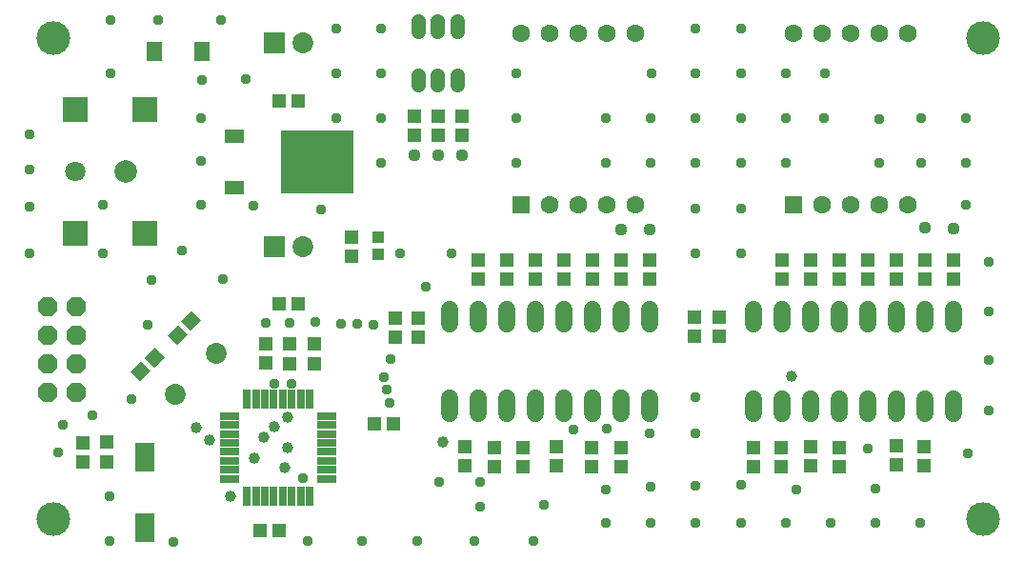
<source format=gbr>
G04 EAGLE Gerber RS-274X export*
G75*
%MOMM*%
%FSLAX34Y34*%
%LPD*%
%INSoldermask Top*%
%IPPOS*%
%AMOC8*
5,1,8,0,0,1.08239X$1,22.5*%
G01*
%ADD10R,1.303200X1.203200*%
%ADD11R,1.203200X1.303200*%
%ADD12R,1.854200X1.854200*%
%ADD13C,1.854200*%
%ADD14R,1.473200X1.673200*%
%ADD15R,1.133200X1.113200*%
%ADD16C,1.303200*%
%ADD17C,3.003200*%
%ADD18R,1.803200X1.203200*%
%ADD19R,6.403200X5.603200*%
%ADD20R,2.203200X2.203200*%
%ADD21C,2.003200*%
%ADD22C,1.803200*%
%ADD23P,1.869504X8X112.500000*%
%ADD24R,1.803200X2.503200*%
%ADD25R,0.753200X1.703200*%
%ADD26R,1.703200X0.753200*%
%ADD27C,1.491200*%
%ADD28R,1.603200X1.603200*%
%ADD29C,1.603200*%
%ADD30C,0.959600*%
%ADD31C,1.009600*%
%ADD32C,1.109600*%


D10*
X246690Y415000D03*
X229510Y415000D03*
G36*
X142567Y219375D02*
X151781Y228589D01*
X160289Y220081D01*
X151075Y210867D01*
X142567Y219375D01*
G37*
G36*
X130419Y207227D02*
X139633Y216441D01*
X148141Y207933D01*
X138927Y198719D01*
X130419Y207227D01*
G37*
G36*
X115433Y175525D02*
X106219Y166311D01*
X97711Y174819D01*
X106925Y184033D01*
X115433Y175525D01*
G37*
G36*
X127581Y187673D02*
X118367Y178459D01*
X109859Y186967D01*
X119073Y196181D01*
X127581Y187673D01*
G37*
D11*
X55000Y111590D03*
X55000Y94410D03*
X333000Y205310D03*
X333000Y222490D03*
X353000Y205210D03*
X353000Y222390D03*
X599000Y206110D03*
X599000Y223290D03*
X621000Y206010D03*
X621000Y223190D03*
D10*
X246790Y235000D03*
X229610Y235000D03*
D12*
X225700Y466500D03*
D13*
X250700Y466500D03*
D12*
X225600Y285700D03*
D13*
X250600Y285700D03*
D10*
X314110Y128000D03*
X331290Y128000D03*
X229990Y33000D03*
X212810Y33000D03*
D11*
X261000Y199090D03*
X261000Y181910D03*
X239000Y199190D03*
X239000Y182010D03*
X218000Y199290D03*
X218000Y182110D03*
D14*
X118400Y459700D03*
X161400Y459700D03*
D15*
X317800Y294400D03*
X317800Y279200D03*
D16*
X353500Y429400D02*
X353500Y438400D01*
X370500Y438400D02*
X370500Y429400D01*
X387500Y429400D02*
X387500Y438400D01*
X387500Y477400D02*
X387500Y486400D01*
X370500Y486400D02*
X370500Y477400D01*
X353500Y477400D02*
X353500Y486400D01*
D17*
X29100Y43600D03*
X855200Y43600D03*
X855200Y470900D03*
X29100Y470900D03*
D18*
X190200Y384100D03*
X190200Y338500D03*
D19*
X263200Y361300D03*
D20*
X110200Y407600D03*
X48700Y407600D03*
X48700Y297600D03*
X110200Y297600D03*
D21*
X93700Y352600D03*
D22*
X48700Y352600D03*
D11*
X293700Y294400D03*
X293700Y277400D03*
X727300Y274100D03*
X727300Y257100D03*
X752700Y274100D03*
X752700Y257100D03*
X778100Y274100D03*
X778100Y257100D03*
X803500Y274100D03*
X803500Y257100D03*
X828800Y274100D03*
X828800Y257100D03*
X676500Y274100D03*
X676500Y257100D03*
X701900Y274100D03*
X701900Y257100D03*
X507700Y107000D03*
X507700Y90000D03*
X420700Y106800D03*
X420700Y89800D03*
X394700Y107600D03*
X394700Y90600D03*
X76300Y94800D03*
X76300Y111800D03*
X533700Y107400D03*
X533700Y90400D03*
X446200Y106900D03*
X446200Y89900D03*
X476200Y107700D03*
X476200Y90700D03*
X778200Y108500D03*
X778200Y91500D03*
X676200Y107300D03*
X676200Y90300D03*
X651200Y107100D03*
X651200Y90100D03*
X803200Y107900D03*
X803200Y90900D03*
X702200Y107700D03*
X702200Y90700D03*
X727200Y107500D03*
X727200Y90500D03*
X391800Y384700D03*
X391800Y401700D03*
X457300Y274100D03*
X457300Y257100D03*
X349800Y384900D03*
X349800Y401900D03*
X370800Y385100D03*
X370800Y402100D03*
X482600Y274100D03*
X482600Y257100D03*
X508200Y274100D03*
X508200Y257100D03*
X533500Y274100D03*
X533500Y257100D03*
X558900Y274100D03*
X558900Y257100D03*
X406500Y274100D03*
X406500Y257100D03*
X431900Y274100D03*
X431900Y257100D03*
D23*
X49200Y156300D03*
X23800Y156300D03*
X49200Y181700D03*
X23800Y181700D03*
X49200Y207100D03*
X23800Y207100D03*
X49200Y232500D03*
X23800Y232500D03*
D24*
X110400Y36200D03*
X110400Y98200D03*
D25*
X256900Y150300D03*
X248900Y150300D03*
X240900Y150300D03*
X232900Y150300D03*
X224900Y150300D03*
X216900Y150300D03*
X208900Y150300D03*
X200900Y150300D03*
D26*
X185900Y135300D03*
X185900Y127300D03*
X185900Y119300D03*
X185900Y111300D03*
X185900Y103300D03*
X185900Y95300D03*
X185900Y87300D03*
X185900Y79300D03*
D25*
X200900Y64300D03*
X208900Y64300D03*
X216900Y64300D03*
X224900Y64300D03*
X232900Y64300D03*
X240900Y64300D03*
X248900Y64300D03*
X256900Y64300D03*
D26*
X271900Y79300D03*
X271900Y87300D03*
X271900Y95300D03*
X271900Y103300D03*
X271900Y111300D03*
X271900Y119300D03*
X271900Y127300D03*
X271900Y135300D03*
D27*
X381100Y137860D02*
X381100Y150740D01*
X406500Y150740D02*
X406500Y137860D01*
X431900Y137860D02*
X431900Y150740D01*
X457300Y150740D02*
X457300Y137860D01*
X482700Y137860D02*
X482700Y150740D01*
X508100Y150740D02*
X508100Y137860D01*
X533500Y137860D02*
X533500Y150740D01*
X558900Y150740D02*
X558900Y137860D01*
X558900Y217260D02*
X558900Y230140D01*
X533500Y230140D02*
X533500Y217260D01*
X508100Y217260D02*
X508100Y230140D01*
X482700Y230140D02*
X482700Y217260D01*
X457300Y217260D02*
X457300Y230140D01*
X431900Y230140D02*
X431900Y217260D01*
X406500Y217260D02*
X406500Y230140D01*
X381100Y230140D02*
X381100Y217260D01*
X651100Y150440D02*
X651100Y137560D01*
X676500Y137560D02*
X676500Y150440D01*
X701900Y150440D02*
X701900Y137560D01*
X727300Y137560D02*
X727300Y150440D01*
X752700Y150440D02*
X752700Y137560D01*
X778100Y137560D02*
X778100Y150440D01*
X803500Y150440D02*
X803500Y137560D01*
X828900Y137560D02*
X828900Y150440D01*
X828900Y216960D02*
X828900Y229840D01*
X803500Y229840D02*
X803500Y216960D01*
X778100Y216960D02*
X778100Y229840D01*
X752700Y229840D02*
X752700Y216960D01*
X727300Y216960D02*
X727300Y229840D01*
X701900Y229840D02*
X701900Y216960D01*
X676500Y216960D02*
X676500Y229840D01*
X651100Y229840D02*
X651100Y216960D01*
D28*
X444300Y323100D03*
D29*
X469700Y323100D03*
X495100Y323100D03*
X520500Y323100D03*
X545900Y323100D03*
X545900Y475500D03*
X520500Y475500D03*
X495100Y475500D03*
X469700Y475500D03*
X444300Y475500D03*
D28*
X686600Y323100D03*
D29*
X712000Y323100D03*
X737400Y323100D03*
X762800Y323100D03*
X788200Y323100D03*
X788200Y475500D03*
X762800Y475500D03*
X737400Y475500D03*
X712000Y475500D03*
X686600Y475500D03*
D13*
X173561Y190761D03*
X137639Y154839D03*
D30*
X80000Y487000D03*
X160000Y400000D03*
X80000Y440000D03*
X200000Y435000D03*
X280000Y480000D03*
X280000Y440000D03*
X320000Y480000D03*
X320000Y440000D03*
X320000Y400000D03*
X320000Y360000D03*
X143000Y282000D03*
X73000Y280000D03*
X79000Y24000D03*
X520000Y360000D03*
X520000Y400000D03*
X560000Y400000D03*
X560000Y360000D03*
X600000Y480000D03*
X600000Y440000D03*
X600000Y400000D03*
X600000Y360000D03*
X600000Y320000D03*
X600000Y280000D03*
X680000Y440000D03*
X680000Y400000D03*
X680000Y360000D03*
X440000Y440000D03*
X440000Y400000D03*
X440000Y360000D03*
X800000Y400000D03*
X800000Y360000D03*
X840000Y400000D03*
X840000Y360000D03*
X600000Y120000D03*
X520000Y40000D03*
X560000Y40000D03*
X600000Y40000D03*
X640000Y40000D03*
X680000Y40000D03*
X720000Y40000D03*
X760000Y40000D03*
X465000Y56000D03*
X372000Y77000D03*
X491000Y123000D03*
X521000Y124000D03*
X559000Y120000D03*
X262000Y219000D03*
X113000Y216000D03*
X383000Y280000D03*
X337000Y280000D03*
X360000Y250000D03*
X267000Y319000D03*
X239000Y218000D03*
X218000Y218000D03*
X241000Y164000D03*
X225000Y164000D03*
X136000Y23000D03*
X255000Y24000D03*
X303000Y24000D03*
X352000Y24000D03*
X403000Y24000D03*
X456000Y24000D03*
X560000Y72000D03*
X600000Y73000D03*
X640000Y400000D03*
X640000Y440000D03*
X640000Y360000D03*
X640000Y320000D03*
X715000Y440000D03*
X714000Y400000D03*
X763000Y399000D03*
X561000Y440000D03*
X640000Y480000D03*
X640000Y280000D03*
X860000Y272000D03*
X840000Y323000D03*
X860000Y228000D03*
X860000Y185000D03*
X860000Y140000D03*
X842000Y102000D03*
X160000Y362000D03*
X116000Y256000D03*
X8000Y280000D03*
X180000Y257000D03*
X160000Y323000D03*
X329000Y186000D03*
X8000Y354000D03*
X98000Y150000D03*
X79000Y64000D03*
X37000Y127000D03*
X64000Y136000D03*
X207000Y322000D03*
X73000Y323000D03*
X122000Y487000D03*
X178000Y487000D03*
X161000Y434000D03*
X600000Y152000D03*
X760000Y71000D03*
X753000Y106000D03*
X799000Y40000D03*
X8000Y321000D03*
X763000Y360000D03*
X8000Y386000D03*
X408000Y55000D03*
X408000Y77000D03*
X520000Y70000D03*
X689000Y70000D03*
X280000Y400000D03*
X251000Y80000D03*
X33000Y103000D03*
X328000Y147000D03*
D31*
X168000Y114000D03*
X186000Y64000D03*
D30*
X325000Y159000D03*
X323000Y170000D03*
X313000Y216000D03*
D32*
X392000Y367000D03*
D30*
X299000Y217000D03*
D32*
X371000Y367000D03*
D30*
X285000Y217000D03*
D32*
X350000Y367000D03*
D31*
X237000Y134000D03*
X225000Y126000D03*
X216000Y116000D03*
X685000Y171000D03*
X237000Y107000D03*
X208000Y98000D03*
X235000Y89000D03*
X375000Y112000D03*
D32*
X533500Y301000D03*
X558900Y301000D03*
X803500Y303000D03*
X828800Y302000D03*
D31*
X156000Y125000D03*
D30*
X640000Y74000D03*
M02*

</source>
